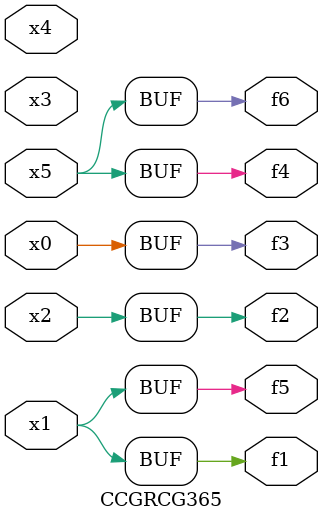
<source format=v>
module CCGRCG365(
	input x0, x1, x2, x3, x4, x5,
	output f1, f2, f3, f4, f5, f6
);
	assign f1 = x1;
	assign f2 = x2;
	assign f3 = x0;
	assign f4 = x5;
	assign f5 = x1;
	assign f6 = x5;
endmodule

</source>
